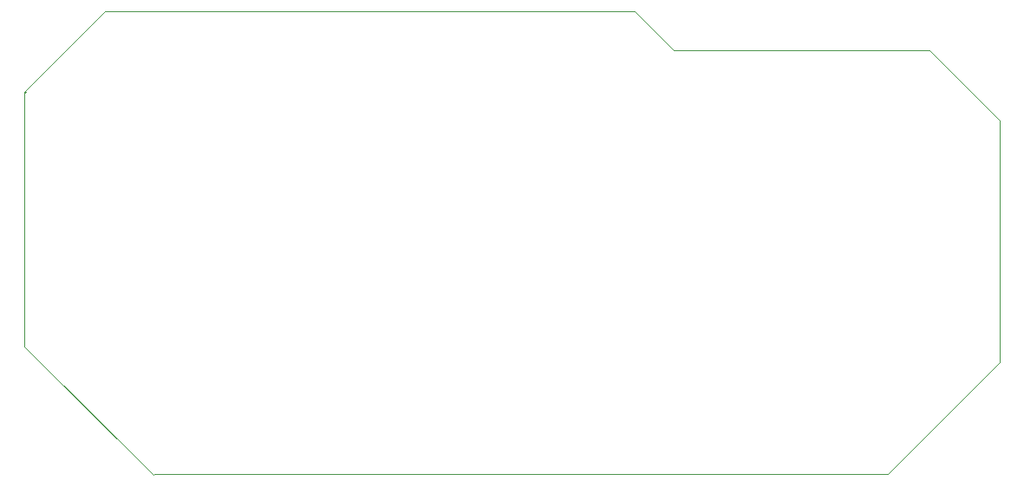
<source format=gbr>
%TF.GenerationSoftware,Altium Limited,Altium Designer,25.8.1 (18)*%
G04 Layer_Color=0*
%FSLAX45Y45*%
%MOMM*%
%TF.SameCoordinates,5194DE87-2E3A-4D0E-B7FB-1F2D01658319*%
%TF.FilePolarity,Positive*%
%TF.FileFunction,Profile,NP*%
%TF.Part,Single*%
G01*
G75*
%TA.AperFunction,Profile*%
%ADD43C,0.02540*%
D43*
X2806700Y8826500D02*
X2794000Y8813800D01*
Y6337300D01*
X4051300Y5080000D01*
X4064000Y5092700D01*
X11226800D01*
X12319000Y6184900D01*
Y8547100D01*
X11633200Y9232900D01*
X9131300D01*
X8750300Y9613900D01*
X3581400D01*
X2794000Y8826500D01*
X2806700D01*
%TF.MD5,48b5aa902cd738c0d464927638cdf74c*%
M02*

</source>
